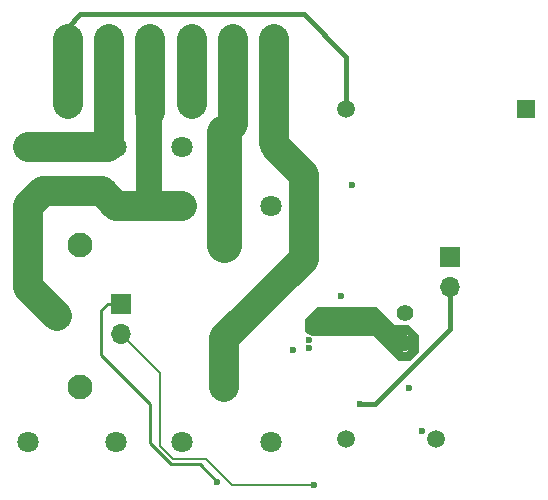
<source format=gbr>
%TF.GenerationSoftware,KiCad,Pcbnew,9.0.0*%
%TF.CreationDate,2025-03-25T19:49:10+01:00*%
%TF.ProjectId,raumtemp_relay,7261756d-7465-46d7-905f-72656c61792e,rev?*%
%TF.SameCoordinates,Original*%
%TF.FileFunction,Copper,L2,Inr*%
%TF.FilePolarity,Positive*%
%FSLAX46Y46*%
G04 Gerber Fmt 4.6, Leading zero omitted, Abs format (unit mm)*
G04 Created by KiCad (PCBNEW 9.0.0) date 2025-03-25 19:49:10*
%MOMM*%
%LPD*%
G01*
G04 APERTURE LIST*
%TA.AperFunction,ComponentPad*%
%ADD10C,1.803400*%
%TD*%
%TA.AperFunction,ComponentPad*%
%ADD11C,1.400000*%
%TD*%
%TA.AperFunction,ComponentPad*%
%ADD12R,1.700000X1.700000*%
%TD*%
%TA.AperFunction,ComponentPad*%
%ADD13O,1.700000X1.700000*%
%TD*%
%TA.AperFunction,ComponentPad*%
%ADD14C,1.800000*%
%TD*%
%TA.AperFunction,ComponentPad*%
%ADD15C,2.100000*%
%TD*%
%TA.AperFunction,ComponentPad*%
%ADD16R,1.508000X1.508000*%
%TD*%
%TA.AperFunction,ComponentPad*%
%ADD17C,1.508000*%
%TD*%
%TA.AperFunction,ViaPad*%
%ADD18C,0.600000*%
%TD*%
%TA.AperFunction,Conductor*%
%ADD19C,2.500000*%
%TD*%
%TA.AperFunction,Conductor*%
%ADD20C,3.000000*%
%TD*%
%TA.AperFunction,Conductor*%
%ADD21C,2.200000*%
%TD*%
%TA.AperFunction,Conductor*%
%ADD22C,0.250000*%
%TD*%
%TA.AperFunction,Conductor*%
%ADD23C,0.400000*%
%TD*%
%TA.AperFunction,Conductor*%
%ADD24C,0.200000*%
%TD*%
G04 APERTURE END LIST*
D10*
%TO.N,Net-(D2-A)*%
%TO.C,K3*%
X135725000Y-99180000D03*
%TO.N,Net-(J1-3)*%
X135725000Y-79180000D03*
%TO.N,Net-(J1-6)*%
X135725000Y-74180000D03*
X143225000Y-74180000D03*
%TO.N,Net-(J1-3)*%
X143225000Y-79180000D03*
%TO.N,+VDC*%
X143225000Y-99180000D03*
%TD*%
%TO.N,Net-(D1-A)*%
%TO.C,K2*%
X122675000Y-99180000D03*
%TO.N,Net-(J1-3)*%
X122675000Y-79180000D03*
%TO.N,Net-(J1-2)*%
X122675000Y-74180000D03*
X130175000Y-74180000D03*
%TO.N,Net-(J1-3)*%
X130175000Y-79180000D03*
%TO.N,+VDC*%
X130175000Y-99180000D03*
%TD*%
D11*
%TO.N,+VDC*%
%TO.C,JP1*%
X154625000Y-90830000D03*
%TO.N,+3V3*%
X154625000Y-88290000D03*
%TD*%
D12*
%TO.N,+3V3*%
%TO.C,J3*%
X158425000Y-83480000D03*
D13*
%TO.N,GND*%
X158425000Y-86020000D03*
%TD*%
D12*
%TO.N,Net-(J2-Pin_1)*%
%TO.C,J2*%
X130524656Y-87480000D03*
D13*
%TO.N,Net-(J2-Pin_2)*%
X130524656Y-90020000D03*
%TD*%
D14*
%TO.N,Net-(J1-1)*%
%TO.C,J1*%
X126036723Y-70200000D03*
X126036723Y-64700000D03*
%TO.N,Net-(J1-2)*%
X129536723Y-70200000D03*
X129536723Y-64700000D03*
%TO.N,Net-(J1-3)*%
X133036723Y-70200000D03*
X133036723Y-64700000D03*
%TO.N,Net-(J1-4)*%
X136536723Y-70200000D03*
X136536723Y-64700000D03*
%TO.N,Net-(J1-5)*%
X140036723Y-70200000D03*
X140036723Y-64700000D03*
%TO.N,Net-(J1-6)*%
X143536723Y-70200000D03*
X143536723Y-64700000D03*
%TD*%
D15*
%TO.N,+VDC*%
%TO.C,K1*%
X127125000Y-94480000D03*
%TO.N,Net-(D1-A)*%
X127125000Y-82480000D03*
%TO.N,Net-(J1-3)*%
X125125000Y-88480000D03*
%TO.N,Net-(J1-6)*%
X139325000Y-94480000D03*
%TO.N,Net-(J1-5)*%
X139325000Y-82480000D03*
%TD*%
D16*
%TO.N,Net-(J1-3)*%
%TO.C,PS1*%
X164864545Y-70981894D03*
D17*
%TO.N,Net-(J1-1)*%
X149624545Y-70981894D03*
%TO.N,GND*%
X149624545Y-98921894D03*
%TO.N,+VDC*%
X157244545Y-98921894D03*
%TD*%
D18*
%TO.N,+VDC*%
X153050000Y-89255000D03*
X147275000Y-88430000D03*
X146475000Y-89380000D03*
%TO.N,GND*%
X146475000Y-90580000D03*
X146475000Y-91230000D03*
X145125000Y-91430000D03*
X150825000Y-95980000D03*
X149225000Y-86780000D03*
X150125000Y-77380000D03*
%TO.N,+VDC*%
X156025000Y-98280000D03*
X154925000Y-94580000D03*
%TO.N,Net-(J2-Pin_2)*%
X146925000Y-102780000D03*
%TO.N,Net-(J2-Pin_1)*%
X138725000Y-102580000D03*
%TD*%
D19*
%TO.N,Net-(J1-3)*%
X128925000Y-77930000D02*
X130092108Y-79097108D01*
X123925000Y-77930000D02*
X128925000Y-77930000D01*
X122675000Y-79180000D02*
X123925000Y-77930000D01*
X130092108Y-79097108D02*
X130175000Y-79097108D01*
%TO.N,Net-(J1-6)*%
X146025000Y-76530000D02*
X143675000Y-74180000D01*
X139325000Y-90380000D02*
X146025000Y-83680000D01*
X139325000Y-94480000D02*
X139325000Y-90380000D01*
X146025000Y-83680000D02*
X146025000Y-76530000D01*
%TO.N,Net-(J1-2)*%
X129536723Y-70200000D02*
X129536723Y-74091723D01*
%TO.N,Net-(J1-6)*%
X143536723Y-70518297D02*
X143536723Y-73868277D01*
X143536723Y-65018297D02*
X143536723Y-70518297D01*
%TO.N,Net-(J1-2)*%
X122675000Y-74180000D02*
X129448446Y-74180000D01*
%TO.N,Net-(J1-5)*%
X140036723Y-72218277D02*
X140036723Y-65018297D01*
%TO.N,Net-(J1-4)*%
X136536723Y-65018297D02*
X136536723Y-70518297D01*
%TO.N,Net-(J1-1)*%
X126036723Y-65018297D02*
X126036723Y-70518297D01*
%TO.N,Net-(J1-5)*%
X139325000Y-72930000D02*
X140036723Y-72218277D01*
D20*
X139325000Y-82480000D02*
X139325000Y-72930000D01*
D19*
%TO.N,Net-(J1-2)*%
X129448446Y-74180000D02*
X129536723Y-74091723D01*
X129536723Y-65018297D02*
X129536723Y-70518297D01*
%TO.N,Net-(J1-3)*%
X133036723Y-79168277D02*
X133025000Y-79180000D01*
X122675000Y-86030000D02*
X122675000Y-79180000D01*
X133036723Y-70200000D02*
X133036723Y-71230000D01*
X133036723Y-65018297D02*
X133036723Y-70518297D01*
X132975000Y-79097108D02*
X133036723Y-79097108D01*
X125125000Y-88480000D02*
X122675000Y-86030000D01*
X133025000Y-79180000D02*
X135725000Y-79180000D01*
D21*
X132975000Y-71291723D02*
X132975000Y-79097108D01*
X133036723Y-71230000D02*
X132975000Y-71291723D01*
D19*
X130175000Y-79180000D02*
X135725000Y-79180000D01*
D22*
%TO.N,+VDC*%
X152175000Y-88380000D02*
X153050000Y-89255000D01*
D23*
%TO.N,GND*%
X152075000Y-95980000D02*
X150825000Y-95980000D01*
X158425000Y-89630000D02*
X152075000Y-95980000D01*
X158425000Y-86020000D02*
X158425000Y-89630000D01*
D22*
%TO.N,+VDC*%
X149225000Y-88380000D02*
X152175000Y-88380000D01*
X153050000Y-89255000D02*
X154625000Y-90830000D01*
D23*
%TO.N,Net-(J1-1)*%
X146025000Y-62980000D02*
X127125000Y-62980000D01*
X149624545Y-66579545D02*
X146025000Y-62980000D01*
X127125000Y-62980000D02*
X126036723Y-64068277D01*
X126036723Y-64068277D02*
X126036723Y-65018297D01*
X149624545Y-70981894D02*
X149624545Y-66579545D01*
D24*
%TO.N,Net-(J2-Pin_2)*%
X139925000Y-102780000D02*
X137725000Y-100580000D01*
X146925000Y-102780000D02*
X139925000Y-102780000D01*
X133825000Y-93320344D02*
X133825000Y-93830000D01*
X134925000Y-100580000D02*
X133825000Y-99480000D01*
X137725000Y-100580000D02*
X134925000Y-100580000D01*
X133825000Y-99480000D02*
X133825000Y-93830000D01*
X130524656Y-90020000D02*
X133825000Y-93320344D01*
D22*
%TO.N,Net-(J2-Pin_1)*%
X128875000Y-88030000D02*
X129425000Y-87480000D01*
X134825000Y-101080000D02*
X133025000Y-99280000D01*
X129425000Y-87480000D02*
X130524656Y-87480000D01*
X133025000Y-95980000D02*
X128875000Y-91830000D01*
X128875000Y-91830000D02*
X128875000Y-88030000D01*
X133025000Y-99280000D02*
X133025000Y-95980000D01*
X138725000Y-102580000D02*
X137225000Y-101080000D01*
X137225000Y-101080000D02*
X134825000Y-101080000D01*
%TD*%
%TA.AperFunction,Conductor*%
%TO.N,+VDC*%
G36*
X152240677Y-87749685D02*
G01*
X152261319Y-87766319D01*
X153775000Y-89280000D01*
X154873638Y-89280000D01*
X154940677Y-89299685D01*
X154961319Y-89316319D01*
X155788681Y-90143681D01*
X155822166Y-90205004D01*
X155825000Y-90231362D01*
X155825000Y-91478638D01*
X155805315Y-91545677D01*
X155788681Y-91566319D01*
X155111319Y-92243681D01*
X155049996Y-92277166D01*
X155023638Y-92280000D01*
X154076362Y-92280000D01*
X154009323Y-92260315D01*
X153988681Y-92243681D01*
X152643946Y-90898946D01*
X153924999Y-90898946D01*
X153951899Y-91034176D01*
X153951901Y-91034182D01*
X153985690Y-91115756D01*
X154225000Y-90876446D01*
X154225000Y-90882661D01*
X154252259Y-90984394D01*
X154304920Y-91075606D01*
X154379394Y-91150080D01*
X154470606Y-91202741D01*
X154572339Y-91230000D01*
X154578553Y-91230000D01*
X154339243Y-91469308D01*
X154420821Y-91503099D01*
X154420823Y-91503100D01*
X154556053Y-91530000D01*
X154693946Y-91530000D01*
X154829176Y-91503100D01*
X154829190Y-91503096D01*
X154910756Y-91469309D01*
X154910756Y-91469308D01*
X154671448Y-91230000D01*
X154677661Y-91230000D01*
X154779394Y-91202741D01*
X154870606Y-91150080D01*
X154945080Y-91075606D01*
X154997741Y-90984394D01*
X155025000Y-90882661D01*
X155025000Y-90876448D01*
X155264308Y-91115756D01*
X155264309Y-91115756D01*
X155298096Y-91034190D01*
X155298100Y-91034176D01*
X155325000Y-90898946D01*
X155325000Y-90761053D01*
X155298100Y-90625823D01*
X155298099Y-90625821D01*
X155264308Y-90544243D01*
X155025000Y-90783551D01*
X155025000Y-90777339D01*
X154997741Y-90675606D01*
X154945080Y-90584394D01*
X154870606Y-90509920D01*
X154779394Y-90457259D01*
X154677661Y-90430000D01*
X154671447Y-90430000D01*
X154910756Y-90190690D01*
X154829182Y-90156901D01*
X154829176Y-90156899D01*
X154693946Y-90130000D01*
X154556054Y-90130000D01*
X154420824Y-90156899D01*
X154420816Y-90156901D01*
X154339242Y-90190690D01*
X154578554Y-90430000D01*
X154572339Y-90430000D01*
X154470606Y-90457259D01*
X154379394Y-90509920D01*
X154304920Y-90584394D01*
X154252259Y-90675606D01*
X154225000Y-90777339D01*
X154225000Y-90783552D01*
X153985690Y-90544242D01*
X153951901Y-90625816D01*
X153951899Y-90625824D01*
X153925000Y-90761053D01*
X153925000Y-90898946D01*
X153924999Y-90898946D01*
X152643946Y-90898946D01*
X151925000Y-90180000D01*
X146816406Y-90180000D01*
X146754406Y-90163387D01*
X146668188Y-90113609D01*
X146668187Y-90113608D01*
X146668186Y-90113608D01*
X146540892Y-90079500D01*
X146525862Y-90079500D01*
X146458823Y-90059815D01*
X146438181Y-90043181D01*
X146161319Y-89766319D01*
X146127834Y-89704996D01*
X146125000Y-89678638D01*
X146125000Y-88839176D01*
X146144685Y-88772137D01*
X146161319Y-88751495D01*
X147146495Y-87766319D01*
X147207818Y-87732834D01*
X147234176Y-87730000D01*
X152173638Y-87730000D01*
X152240677Y-87749685D01*
G37*
%TD.AperFunction*%
%TD*%
M02*

</source>
